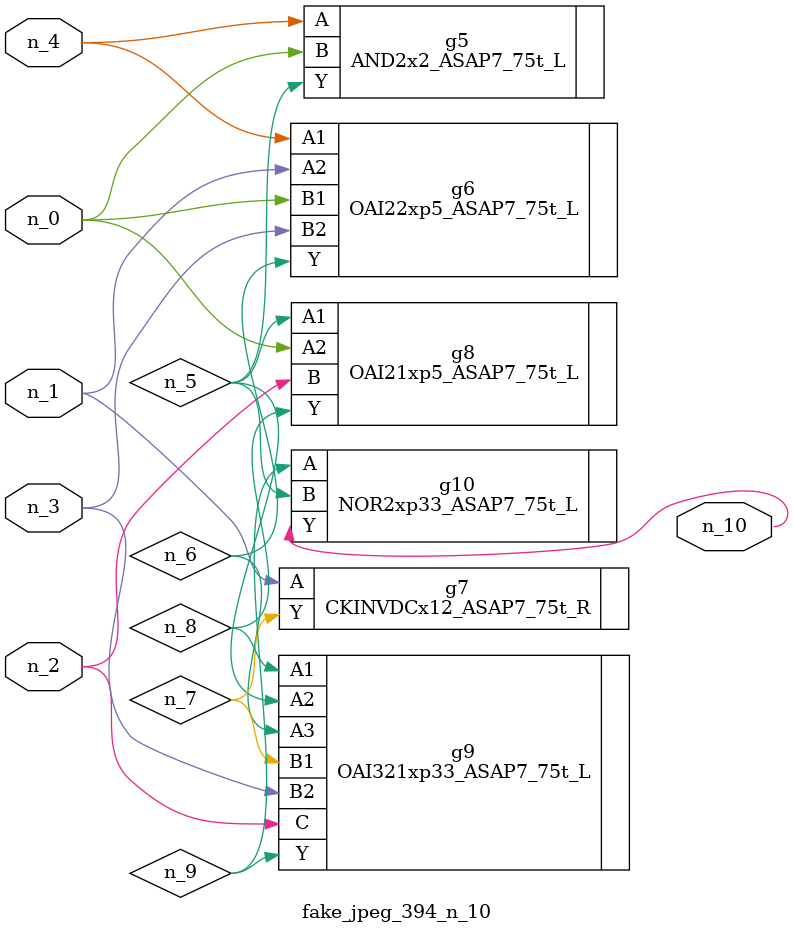
<source format=v>
module fake_jpeg_394_n_10 (n_3, n_2, n_1, n_0, n_4, n_10);

input n_3;
input n_2;
input n_1;
input n_0;
input n_4;

output n_10;

wire n_8;
wire n_9;
wire n_6;
wire n_5;
wire n_7;

AND2x2_ASAP7_75t_L g5 ( 
.A(n_4),
.B(n_0),
.Y(n_5)
);

OAI22xp5_ASAP7_75t_L g6 ( 
.A1(n_4),
.A2(n_1),
.B1(n_0),
.B2(n_3),
.Y(n_6)
);

CKINVDCx12_ASAP7_75t_R g7 ( 
.A(n_1),
.Y(n_7)
);

OAI21xp5_ASAP7_75t_L g8 ( 
.A1(n_5),
.A2(n_0),
.B(n_2),
.Y(n_8)
);

OAI321xp33_ASAP7_75t_L g9 ( 
.A1(n_8),
.A2(n_5),
.A3(n_6),
.B1(n_7),
.B2(n_3),
.C(n_2),
.Y(n_9)
);

NOR2xp33_ASAP7_75t_L g10 ( 
.A(n_9),
.B(n_5),
.Y(n_10)
);


endmodule
</source>
